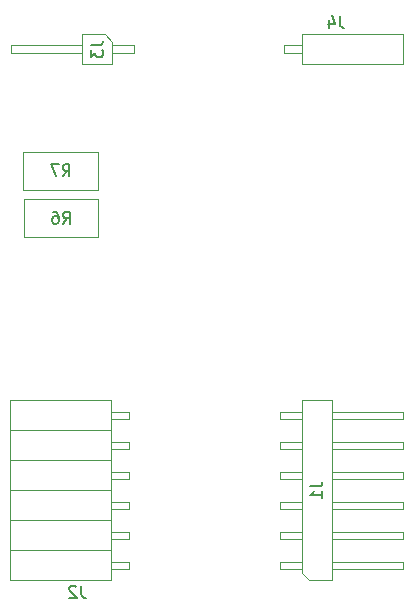
<source format=gbr>
%TF.GenerationSoftware,KiCad,Pcbnew,4.0.7*%
%TF.CreationDate,2017-11-16T17:09:38+08:00*%
%TF.ProjectId,nixie_tube,6E697869655F747562652E6B69636164,rev?*%
%TF.FileFunction,Other,Fab,Bot*%
%FSLAX46Y46*%
G04 Gerber Fmt 4.6, Leading zero omitted, Abs format (unit mm)*
G04 Created by KiCad (PCBNEW 4.0.7) date 11/16/17 17:09:38*
%MOMM*%
%LPD*%
G01*
G04 APERTURE LIST*
%ADD10C,0.100000*%
%ADD11C,0.150000*%
G04 APERTURE END LIST*
D10*
X2170000Y-10700000D02*
X2170000Y-13900000D01*
X8470000Y-10700000D02*
X2170000Y-10700000D01*
X8470000Y-13900000D02*
X8470000Y-10700000D01*
X2170000Y-13900000D02*
X8470000Y-13900000D01*
X2220000Y-14720000D02*
X2220000Y-17920000D01*
X8520000Y-14720000D02*
X2220000Y-14720000D01*
X8520000Y-17920000D02*
X8520000Y-14720000D01*
X2220000Y-17920000D02*
X8520000Y-17920000D01*
X9580000Y-46970000D02*
X9580000Y-44430000D01*
X9580000Y-44430000D02*
X1070000Y-44430000D01*
X1070000Y-44430000D02*
X1070000Y-46970000D01*
X1070000Y-46970000D02*
X9580000Y-46970000D01*
X11100000Y-46020000D02*
X11100000Y-45380000D01*
X11100000Y-45380000D02*
X9580000Y-45380000D01*
X9580000Y-45380000D02*
X9580000Y-46020000D01*
X9580000Y-46020000D02*
X11100000Y-46020000D01*
X9580000Y-44430000D02*
X9580000Y-41890000D01*
X9580000Y-41890000D02*
X1070000Y-41890000D01*
X1070000Y-41890000D02*
X1070000Y-44430000D01*
X1070000Y-44430000D02*
X9580000Y-44430000D01*
X11100000Y-43480000D02*
X11100000Y-42840000D01*
X11100000Y-42840000D02*
X9580000Y-42840000D01*
X9580000Y-42840000D02*
X9580000Y-43480000D01*
X9580000Y-43480000D02*
X11100000Y-43480000D01*
X9580000Y-41890000D02*
X9580000Y-39350000D01*
X9580000Y-39350000D02*
X1070000Y-39350000D01*
X1070000Y-39350000D02*
X1070000Y-41890000D01*
X1070000Y-41890000D02*
X9580000Y-41890000D01*
X11100000Y-40940000D02*
X11100000Y-40300000D01*
X11100000Y-40300000D02*
X9580000Y-40300000D01*
X9580000Y-40300000D02*
X9580000Y-40940000D01*
X9580000Y-40940000D02*
X11100000Y-40940000D01*
X9580000Y-39350000D02*
X9580000Y-36810000D01*
X9580000Y-36810000D02*
X1070000Y-36810000D01*
X1070000Y-36810000D02*
X1070000Y-39350000D01*
X1070000Y-39350000D02*
X9580000Y-39350000D01*
X11100000Y-38400000D02*
X11100000Y-37760000D01*
X11100000Y-37760000D02*
X9580000Y-37760000D01*
X9580000Y-37760000D02*
X9580000Y-38400000D01*
X9580000Y-38400000D02*
X11100000Y-38400000D01*
X9580000Y-36810000D02*
X9580000Y-34270000D01*
X9580000Y-34270000D02*
X1070000Y-34270000D01*
X1070000Y-34270000D02*
X1070000Y-36810000D01*
X1070000Y-36810000D02*
X9580000Y-36810000D01*
X11100000Y-35860000D02*
X11100000Y-35220000D01*
X11100000Y-35220000D02*
X9580000Y-35220000D01*
X9580000Y-35220000D02*
X9580000Y-35860000D01*
X9580000Y-35860000D02*
X11100000Y-35860000D01*
X9580000Y-34270000D02*
X9580000Y-31730000D01*
X9580000Y-31730000D02*
X1070000Y-31730000D01*
X1070000Y-31730000D02*
X1070000Y-34270000D01*
X1070000Y-34270000D02*
X9580000Y-34270000D01*
X11100000Y-33320000D02*
X11100000Y-32680000D01*
X11100000Y-32680000D02*
X9580000Y-32680000D01*
X9580000Y-32680000D02*
X9580000Y-33320000D01*
X9580000Y-33320000D02*
X11100000Y-33320000D01*
X26385000Y-46970000D02*
X28290000Y-46970000D01*
X28290000Y-46970000D02*
X28290000Y-31730000D01*
X28290000Y-31730000D02*
X25750000Y-31730000D01*
X25750000Y-31730000D02*
X25750000Y-46335000D01*
X25750000Y-46335000D02*
X26385000Y-46970000D01*
X23930000Y-46020000D02*
X25750000Y-46020000D01*
X23930000Y-46020000D02*
X23930000Y-45380000D01*
X23930000Y-45380000D02*
X25750000Y-45380000D01*
X28290000Y-46020000D02*
X34290000Y-46020000D01*
X34290000Y-46020000D02*
X34290000Y-45380000D01*
X28290000Y-45380000D02*
X34290000Y-45380000D01*
X23930000Y-43480000D02*
X25750000Y-43480000D01*
X23930000Y-43480000D02*
X23930000Y-42840000D01*
X23930000Y-42840000D02*
X25750000Y-42840000D01*
X28290000Y-43480000D02*
X34290000Y-43480000D01*
X34290000Y-43480000D02*
X34290000Y-42840000D01*
X28290000Y-42840000D02*
X34290000Y-42840000D01*
X23930000Y-40940000D02*
X25750000Y-40940000D01*
X23930000Y-40940000D02*
X23930000Y-40300000D01*
X23930000Y-40300000D02*
X25750000Y-40300000D01*
X28290000Y-40940000D02*
X34290000Y-40940000D01*
X34290000Y-40940000D02*
X34290000Y-40300000D01*
X28290000Y-40300000D02*
X34290000Y-40300000D01*
X23930000Y-38400000D02*
X25750000Y-38400000D01*
X23930000Y-38400000D02*
X23930000Y-37760000D01*
X23930000Y-37760000D02*
X25750000Y-37760000D01*
X28290000Y-38400000D02*
X34290000Y-38400000D01*
X34290000Y-38400000D02*
X34290000Y-37760000D01*
X28290000Y-37760000D02*
X34290000Y-37760000D01*
X23930000Y-35860000D02*
X25750000Y-35860000D01*
X23930000Y-35860000D02*
X23930000Y-35220000D01*
X23930000Y-35220000D02*
X25750000Y-35220000D01*
X28290000Y-35860000D02*
X34290000Y-35860000D01*
X34290000Y-35860000D02*
X34290000Y-35220000D01*
X28290000Y-35220000D02*
X34290000Y-35220000D01*
X23930000Y-33320000D02*
X25750000Y-33320000D01*
X23930000Y-33320000D02*
X23930000Y-32680000D01*
X23930000Y-32680000D02*
X25750000Y-32680000D01*
X28290000Y-33320000D02*
X34290000Y-33320000D01*
X34290000Y-33320000D02*
X34290000Y-32680000D01*
X28290000Y-32680000D02*
X34290000Y-32680000D01*
X9065000Y-730000D02*
X7160000Y-730000D01*
X7160000Y-730000D02*
X7160000Y-3270000D01*
X7160000Y-3270000D02*
X9700000Y-3270000D01*
X9700000Y-3270000D02*
X9700000Y-1365000D01*
X9700000Y-1365000D02*
X9065000Y-730000D01*
X11520000Y-1680000D02*
X9700000Y-1680000D01*
X11520000Y-1680000D02*
X11520000Y-2320000D01*
X11520000Y-2320000D02*
X9700000Y-2320000D01*
X7160000Y-1680000D02*
X1160000Y-1680000D01*
X1160000Y-1680000D02*
X1160000Y-2320000D01*
X7160000Y-2320000D02*
X1160000Y-2320000D01*
X25770000Y-730000D02*
X25770000Y-3270000D01*
X25770000Y-3270000D02*
X34280000Y-3270000D01*
X34280000Y-3270000D02*
X34280000Y-730000D01*
X34280000Y-730000D02*
X25770000Y-730000D01*
X24250000Y-1680000D02*
X24250000Y-2320000D01*
X24250000Y-2320000D02*
X25770000Y-2320000D01*
X25770000Y-2320000D02*
X25770000Y-1680000D01*
X25770000Y-1680000D02*
X24250000Y-1680000D01*
D11*
X5486666Y-12752381D02*
X5820000Y-12276190D01*
X6058095Y-12752381D02*
X6058095Y-11752381D01*
X5677142Y-11752381D01*
X5581904Y-11800000D01*
X5534285Y-11847619D01*
X5486666Y-11942857D01*
X5486666Y-12085714D01*
X5534285Y-12180952D01*
X5581904Y-12228571D01*
X5677142Y-12276190D01*
X6058095Y-12276190D01*
X5153333Y-11752381D02*
X4486666Y-11752381D01*
X4915238Y-12752381D01*
X5536666Y-16772381D02*
X5870000Y-16296190D01*
X6108095Y-16772381D02*
X6108095Y-15772381D01*
X5727142Y-15772381D01*
X5631904Y-15820000D01*
X5584285Y-15867619D01*
X5536666Y-15962857D01*
X5536666Y-16105714D01*
X5584285Y-16200952D01*
X5631904Y-16248571D01*
X5727142Y-16296190D01*
X6108095Y-16296190D01*
X4679523Y-15772381D02*
X4870000Y-15772381D01*
X4965238Y-15820000D01*
X5012857Y-15867619D01*
X5108095Y-16010476D01*
X5155714Y-16200952D01*
X5155714Y-16581905D01*
X5108095Y-16677143D01*
X5060476Y-16724762D01*
X4965238Y-16772381D01*
X4774761Y-16772381D01*
X4679523Y-16724762D01*
X4631904Y-16677143D01*
X4584285Y-16581905D01*
X4584285Y-16343810D01*
X4631904Y-16248571D01*
X4679523Y-16200952D01*
X4774761Y-16153333D01*
X4965238Y-16153333D01*
X5060476Y-16200952D01*
X5108095Y-16248571D01*
X5155714Y-16343810D01*
X7053333Y-47422381D02*
X7053333Y-48136667D01*
X7100953Y-48279524D01*
X7196191Y-48374762D01*
X7339048Y-48422381D01*
X7434286Y-48422381D01*
X6624762Y-47517619D02*
X6577143Y-47470000D01*
X6481905Y-47422381D01*
X6243809Y-47422381D01*
X6148571Y-47470000D01*
X6100952Y-47517619D01*
X6053333Y-47612857D01*
X6053333Y-47708095D01*
X6100952Y-47850952D01*
X6672381Y-48422381D01*
X6053333Y-48422381D01*
X26472381Y-39016667D02*
X27186667Y-39016667D01*
X27329524Y-38969047D01*
X27424762Y-38873809D01*
X27472381Y-38730952D01*
X27472381Y-38635714D01*
X27472381Y-40016667D02*
X27472381Y-39445238D01*
X27472381Y-39730952D02*
X26472381Y-39730952D01*
X26615238Y-39635714D01*
X26710476Y-39540476D01*
X26758095Y-39445238D01*
X7882381Y-1666667D02*
X8596667Y-1666667D01*
X8739524Y-1619047D01*
X8834762Y-1523809D01*
X8882381Y-1380952D01*
X8882381Y-1285714D01*
X7882381Y-2047619D02*
X7882381Y-2666667D01*
X8263333Y-2333333D01*
X8263333Y-2476191D01*
X8310952Y-2571429D01*
X8358571Y-2619048D01*
X8453810Y-2666667D01*
X8691905Y-2666667D01*
X8787143Y-2619048D01*
X8834762Y-2571429D01*
X8882381Y-2476191D01*
X8882381Y-2190476D01*
X8834762Y-2095238D01*
X8787143Y-2047619D01*
X28963333Y817619D02*
X28963333Y103333D01*
X29010953Y-39524D01*
X29106191Y-134762D01*
X29249048Y-182381D01*
X29344286Y-182381D01*
X28058571Y484286D02*
X28058571Y-182381D01*
X28296667Y865238D02*
X28534762Y150952D01*
X27915714Y150952D01*
M02*

</source>
